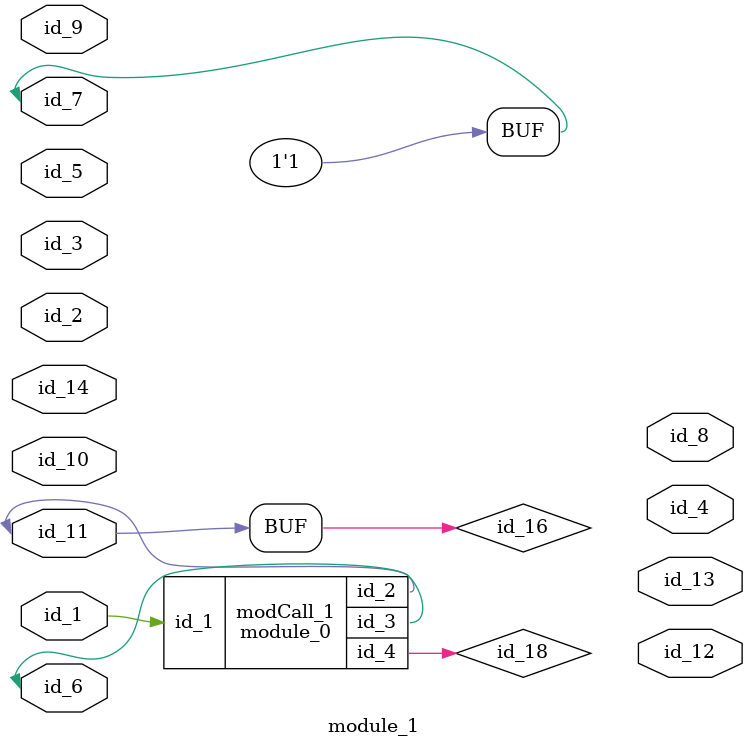
<source format=v>
module module_0 (
    id_1,
    id_2,
    id_3,
    id_4
);
  output wire id_4;
  inout wire id_3;
  output wire id_2;
  input wire id_1;
endmodule
module module_1 (
    id_1,
    id_2,
    id_3,
    id_4,
    id_5,
    id_6,
    id_7,
    id_8,
    id_9,
    id_10,
    id_11,
    id_12,
    id_13,
    id_14
);
  inout wire id_14;
  output wire id_13;
  output wire id_12;
  inout wire id_11;
  inout wire id_10;
  input wire id_9;
  output wire id_8;
  inout wire id_7;
  inout wire id_6;
  input wire id_5;
  output wire id_4;
  input wire id_3;
  inout wire id_2;
  input wire id_1;
  integer id_15;
  wire id_16;
  wand id_17, id_18, id_19;
  module_0 modCall_1 (
      id_1,
      id_11,
      id_6,
      id_18
  );
  assign id_7 = 1;
  wire id_20;
  assign id_18 = 1;
  assign id_11 = id_16;
  wire id_21;
endmodule

</source>
